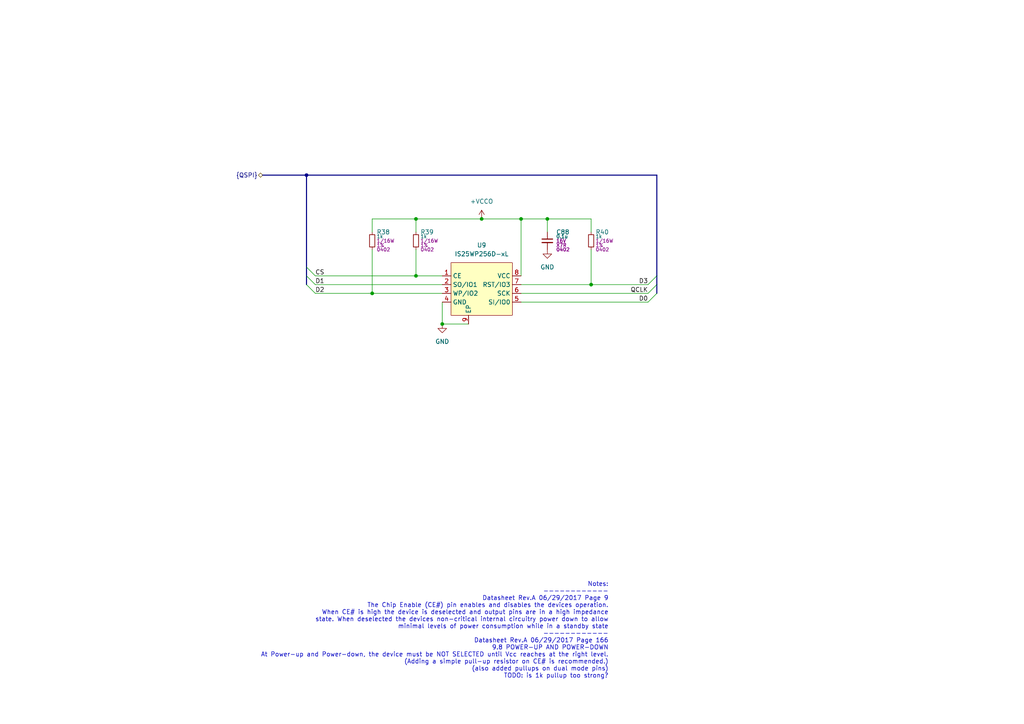
<source format=kicad_sch>
(kicad_sch (version 20230121) (generator eeschema)
  (paper "A4")
  (title_block (title "PCIeDMA") (date "2024-01-01") (rev "1"))
  (lib_symbols
    (symbol "Device:C_Small" (pin_numbers hide) (pin_names (offset 0.254) hide)
      (property "Reference" "C" (at 0.254 1.778 0))
      (property "Value" "C_Small" (at 0.254 -2.032 0))
      (symbol "C_Small_0_1"
        (polyline (pts (xy -1.524 -0.508) (xy 1.524 -0.508)) (stroke (width 0.3302)))
        (polyline (pts (xy -1.524 0.508) (xy 1.524 0.508)) (stroke (width 0.3048)))
      )
      (symbol "C_Small_1_1"
        (pin passive line (at 0 2.54 270) (length 2.032) (name "~") (number "1"))
        (pin passive line (at 0 -2.54 90) (length 2.032) (name "~") (number "2"))
      )
    )
    (symbol "Device:R_Small" (pin_numbers hide) (pin_names (offset 0.254) hide)
      (property "Reference" "R" (at 0.762 0.508 0))
      (property "Value" "R_Small" (at 0.762 -1.016 0))
      (symbol "R_Small_0_1"
        (rectangle (start -0.762 1.778) (end 0.762 -1.778) (stroke (width 0.2032)))
      )
      (symbol "R_Small_1_1"
        (pin passive line (at 0 2.54 270) (length 0.762) (name "~") (number "1"))
        (pin passive line (at 0 -2.54 90) (length 0.762) (name "~") (number "2"))
      )
    )
    (symbol "PCIeDMA:+VCCO" (power) (pin_names (offset 0))
      (property "Value" "+VCCO" (at 0 3.556 0))
      (symbol "+VCCO_0_1"
        (polyline (pts (xy -0.762 1.27) (xy 0 2.54)))
        (polyline (pts (xy 0 0) (xy 0 2.54)))
        (polyline (pts (xy 0 2.54) (xy 0.762 1.27)))
      )
      (symbol "+VCCO_1_1"
        (pin power_in line (at 0 0 90) (length 0) hide (name "+VCCO") (number "1"))
      )
    )
    (symbol "PCIeDMA:IS25WP256D-xL"
      (property "Reference" "U" (at 0 1.27 0))
      (property "Value" "IS25WP256D-xL" (at 0 -1.27 0))
      (symbol "IS25WP256D-xL_0_1"
        (rectangle (start -8.89 0) (end 8.89 -15.24) (fill (type background)))
      )
      (symbol "IS25WP256D-xL_1_1"
        (pin input line (at -11.43 -3.81 0) (length 2.54) (name "CE") (number "1"))
        (pin input line (at -11.43 -6.35 0) (length 2.54) (name "SO/IO1") (number "2"))
        (pin input line (at -11.43 -8.89 0) (length 2.54) (name "WP/IO2") (number "3"))
        (pin input line (at -11.43 -11.43 0) (length 2.54) (name "GND") (number "4"))
        (pin input line (at 11.43 -11.43 180) (length 2.54) (name "SI/IO0") (number "5"))
        (pin input line (at 11.43 -8.89 180) (length 2.54) (name "SCK") (number "6"))
        (pin input line (at 11.43 -6.35 180) (length 2.54) (name "RST/IO3") (number "7"))
        (pin input line (at 11.43 -3.81 180) (length 2.54) (name "VCC") (number "8"))
        (pin input line (at -3.81 -17.78 90) (length 2.54) (name "EP") (number "9"))
      )
    )
    (symbol "power:GND" (power) (pin_names (offset 0))
      (property "Value" "GND" (at 0 -3.81 0))
      (symbol "GND_0_1"
        (polyline (pts (xy 0 0) (xy 0 -1.27) (xy 1.27 -1.27) (xy 0 -2.54) (xy -1.27 -1.27) (xy 0 -1.27)))
      )
      (symbol "GND_1_1"
        (pin power_in line (at 0 0 270) (length 0) hide (name "GND") (number "1"))
      )
    )
  )
  (junction (at 120.65 63.5))
  (junction (at 171.45 82.55))
  (junction (at 120.65 80.01))
  (junction (at 107.95 85.09))
  (junction (at 151.13 63.5))
  (junction (at 158.75 63.5))
  (junction (at 88.9 50.8))
  (junction (at 139.7 63.5))
  (junction (at 128.27 93.98))
  (bus_entry (at 88.9 80.01) (size 2.54 2.54))
  (bus_entry (at 187.96 82.55) (size 2.54 -2.54))
  (bus_entry (at 187.96 85.09) (size 2.54 -2.54))
  (bus_entry (at 88.9 82.55) (size 2.54 2.54))
  (bus_entry (at 187.96 87.63) (size 2.54 -2.54))
  (bus_entry (at 88.9 77.47) (size 2.54 2.54))
  (wire (pts (xy 120.65 63.5) (xy 139.7 63.5)))
  (bus (pts (xy 190.5 80.01) (xy 190.5 82.55)))
  (wire (pts (xy 107.95 85.09) (xy 128.27 85.09)))
  (wire (pts (xy 91.44 85.09) (xy 107.95 85.09)))
  (bus (pts (xy 88.9 50.8) (xy 88.9 77.47)))
  (wire (pts (xy 158.75 67.31) (xy 158.75 63.5)))
  (wire (pts (xy 151.13 85.09) (xy 187.96 85.09)))
  (wire (pts (xy 128.27 93.98) (xy 135.89 93.98)))
  (wire (pts (xy 151.13 82.55) (xy 171.45 82.55)))
  (bus (pts (xy 88.9 80.01) (xy 88.9 82.55)))
  (wire (pts (xy 91.44 80.01) (xy 120.65 80.01)))
  (wire (pts (xy 151.13 87.63) (xy 187.96 87.63)))
  (wire (pts (xy 171.45 82.55) (xy 187.96 82.55)))
  (wire (pts (xy 128.27 80.01) (xy 120.65 80.01)))
  (wire (pts (xy 107.95 67.31) (xy 107.95 63.5)))
  (wire (pts (xy 120.65 67.31) (xy 120.65 63.5)))
  (wire (pts (xy 171.45 72.39) (xy 171.45 82.55)))
  (bus (pts (xy 88.9 77.47) (xy 88.9 80.01)))
  (wire (pts (xy 158.75 63.5) (xy 171.45 63.5)))
  (bus (pts (xy 76.2 50.8) (xy 88.9 50.8)))
  (wire (pts (xy 107.95 63.5) (xy 120.65 63.5)))
  (wire (pts (xy 120.65 80.01) (xy 120.65 72.39)))
  (bus (pts (xy 190.5 50.8) (xy 190.5 80.01)))
  (wire (pts (xy 171.45 67.31) (xy 171.45 63.5)))
  (wire (pts (xy 151.13 63.5) (xy 151.13 80.01)))
  (bus (pts (xy 88.9 50.8) (xy 190.5 50.8)))
  (bus (pts (xy 190.5 82.55) (xy 190.5 85.09)))
  (wire (pts (xy 128.27 93.98) (xy 128.27 87.63)))
  (wire (pts (xy 107.95 72.39) (xy 107.95 85.09)))
  (wire (pts (xy 151.13 63.5) (xy 158.75 63.5)))
  (wire (pts (xy 91.44 82.55) (xy 128.27 82.55)))
  (wire (pts (xy 139.7 63.5) (xy 151.13 63.5)))
  (text "Notes:\n------------\nDatasheet Rev.A 06/29/2017 Page 9\nThe Chip Enable (CE#) pin enables and disables the devices operation.\nWhen CE# is high the device is deselected and output pins are in a high impedance\nstate. When deselected the devices non-critical internal circuitry power down to allow\nminimal levels of power consumption while in a standby state\n------------\nDatasheet Rev.A 06/29/2017 Page 166\n9.8 POWER-UP AND POWER-DOWN\nAt Power-up and Power-down, the device must be NOT SELECTED until Vcc reaches at the right level.\n(Adding a simple pull-up resistor on CE# is recommended.)\n(also added pullups on dual mode pins)\nTODO: is 1k pullup too strong?" (at 176.53 196.85 0) (effects (font (size 1.27 1.27)) (justify right bottom)))
  (label "D0" (at 187.96 87.63 180))
  (label "CS" (at 91.44 80.01 0))
  (label "D1" (at 91.44 82.55 0))
  (label "D2" (at 91.44 85.09 0))
  (label "QCLK" (at 187.96 85.09 180))
  (label "D3" (at 187.96 82.55 180))
  (hierarchical_label "{QSPI}" (shape bidirectional) (at 76.2 50.8 180))
  (symbol (lib_id "Device:R_Small") (at 107.95 69.85 0) (unit 1)
    (property "Reference" "R38" (at 109.22 67.31 0) (effects (justify left)))
    (property "Value" "1k" (at 109.22 68.58 0) (effects (font (size 1 1)) (justify left)))
    (property "Footprint" "Resistor_SMD:R_0402_1005Metric" (effects hide))
    (property "Rating" "1/16W" (at 109.22 69.85 0) (effects (font (size 1 1)) (justify left)))
    (property "Tolerance" "1%" (at 109.22 71.12 0) (effects (font (size 1 1)) (justify left)))
    (property "Size" "0402" (at 109.22 72.39 0) (effects (font (size 1 1)) (justify left)))
  )
  (symbol (lib_id "PCIeDMA:+VCCO") (at 139.7 63.5 0) (unit 1)
    (property "Reference" "#PWR095" (effects hide))
    (property "Value" "+VCCO" (at 139.7 58.42 0))
  )
  (symbol (lib_id "Device:R_Small") (at 120.65 69.85 0) (unit 1)
    (property "Reference" "R39" (at 121.92 67.31 0) (effects (justify left)))
    (property "Value" "1k" (at 121.92 68.58 0) (effects (font (size 1 1)) (justify left)))
    (property "Footprint" "Resistor_SMD:R_0402_1005Metric" (effects hide))
    (property "Rating" "1/16W" (at 121.92 69.85 0) (effects (font (size 1 1)) (justify left)))
    (property "Tolerance" "1%" (at 121.92 71.12 0) (effects (font (size 1 1)) (justify left)))
    (property "Size" "0402" (at 121.92 72.39 0) (effects (font (size 1 1)) (justify left)))
  )
  (symbol (lib_id "Device:R_Small") (at 171.45 69.85 0) (unit 1)
    (property "Reference" "R40" (at 172.72 67.31 0) (effects (justify left)))
    (property "Value" "1k" (at 172.72 68.58 0) (effects (font (size 1 1)) (justify left)))
    (property "Footprint" "Resistor_SMD:R_0402_1005Metric" (effects hide))
    (property "Rating" "1/16W" (at 172.72 69.85 0) (effects (font (size 1 1)) (justify left)))
    (property "Tolerance" "1%" (at 172.72 71.12 0) (effects (font (size 1 1)) (justify left)))
    (property "Size" "0402" (at 172.72 72.39 0) (effects (font (size 1 1)) (justify left)))
  )
  (symbol (lib_id "PCIeDMA:IS25WP256D-xL") (at 139.7 76.2 0) (unit 1)
    (property "Reference" "U9" (at 139.7 71.12 0))
    (property "Value" "IS25WP256D-xL" (at 139.7 73.66 0))
    (property "Footprint" "Package_SON:WSON-8-1EP_8x6mm_P1.27mm_EP3.4x4.3mm" (effects hide))
  )
  (symbol (lib_id "power:GND") (at 128.27 93.98 0) (unit 1)
    (property "Reference" "#PWR094" (effects hide))
    (property "Value" "GND" (at 128.27 99.06 0))
  )
  (symbol (lib_id "power:GND") (at 158.75 72.39 0) (unit 1)
    (property "Reference" "#PWR096" (effects hide))
    (property "Value" "GND" (at 158.75 77.47 0))
  )
  (symbol (lib_id "Device:C_Small") (at 158.75 69.85 0) (unit 1)
    (property "Reference" "C88" (at 161.29 67.31 0) (effects (justify left)))
    (property "Value" "0.1u" (at 161.29 68.58 0) (effects (font (size 1 1)) (justify left)))
    (property "Footprint" "Capacitor_SMD:C_0402_1005Metric" (effects hide))
    (property "Rating" "16V" (at 161.29 69.85 0) (effects (font (size 1 1)) (justify left)))
    (property "Class" "X7R" (at 161.29 71.12 0) (effects (font (size 1 1)) (justify left)))
    (property "Size" "0402" (at 161.29 72.39 0) (effects (font (size 1 1)) (justify left)))
  )
)
</source>
